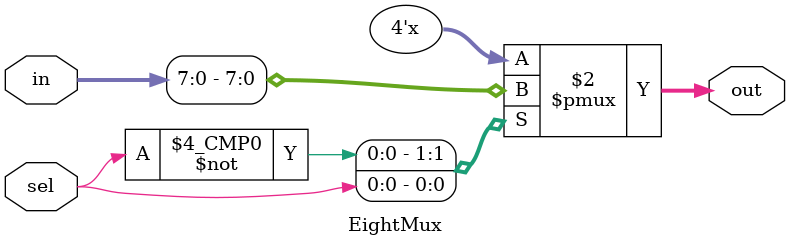
<source format=v>
`timescale 1ns / 1ps


module EightMux(out, in, sel);
    output [3:0] out;
    input [8:0] in;
    input sel;
    
    reg [3:0] out;
    always @ (sel or in)
        begin
            case (sel)
                1'b0: out <= in[8:4];
                1'b1: out <= in[3:0];
            endcase
        end
endmodule

</source>
